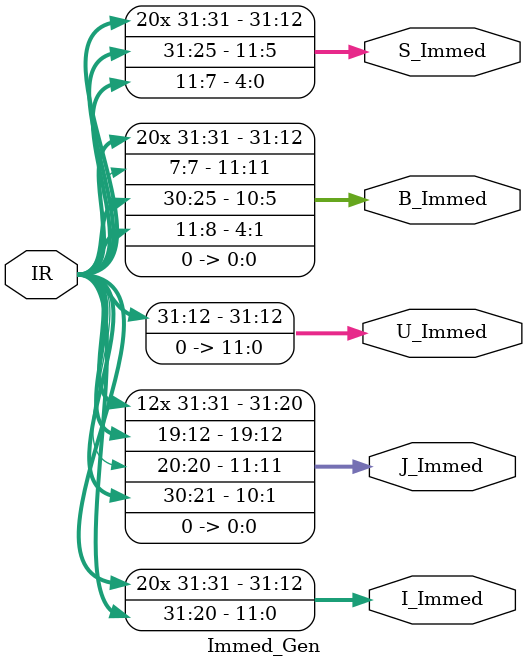
<source format=sv>
`timescale 1ns / 1ps


module Immed_Gen(
    input [31:0] IR,
    output [31:0] I_Immed,
    output [31:0] J_Immed,
    output [31:0] U_Immed,
    output [31:0] B_Immed,
    output [31:0] S_Immed
    );
    
    assign I_Immed = {{20{IR[31]}},IR[31:20]};
    assign J_Immed = {{12{IR[31]}},IR[31],IR[19:12],IR[20],IR[30:21],1'b0};
    assign U_Immed = {IR[31:12], 12'b0};
    assign B_Immed = {{19{IR[31]}},IR[31],IR[7],IR[30:25],IR[11:8],1'b0};
    assign S_Immed = {{20{IR[31]}},IR[31:25],IR[11:7]};
    
endmodule

</source>
